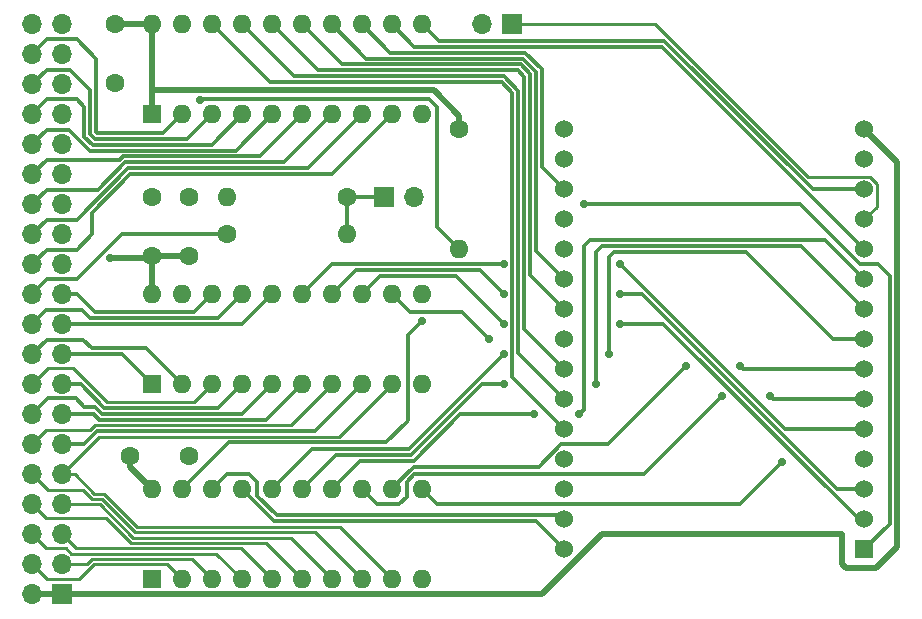
<source format=gtl>
%TF.GenerationSoftware,KiCad,Pcbnew,(6.0.8-1)-1*%
%TF.CreationDate,2022-10-09T21:55:28-07:00*%
%TF.ProjectId,PCB,5043422e-6b69-4636-9164-5f7063625858,rev?*%
%TF.SameCoordinates,Original*%
%TF.FileFunction,Copper,L1,Top*%
%TF.FilePolarity,Positive*%
%FSLAX46Y46*%
G04 Gerber Fmt 4.6, Leading zero omitted, Abs format (unit mm)*
G04 Created by KiCad (PCBNEW (6.0.8-1)-1) date 2022-10-09 21:55:28*
%MOMM*%
%LPD*%
G01*
G04 APERTURE LIST*
%TA.AperFunction,ComponentPad*%
%ADD10R,1.700000X1.700000*%
%TD*%
%TA.AperFunction,ComponentPad*%
%ADD11O,1.700000X1.700000*%
%TD*%
%TA.AperFunction,ComponentPad*%
%ADD12R,1.600000X1.600000*%
%TD*%
%TA.AperFunction,ComponentPad*%
%ADD13O,1.600000X1.600000*%
%TD*%
%TA.AperFunction,ComponentPad*%
%ADD14C,1.600000*%
%TD*%
%TA.AperFunction,ComponentPad*%
%ADD15R,1.524000X1.524000*%
%TD*%
%TA.AperFunction,ComponentPad*%
%ADD16C,1.524000*%
%TD*%
%TA.AperFunction,ViaPad*%
%ADD17C,0.700000*%
%TD*%
%TA.AperFunction,Conductor*%
%ADD18C,0.300000*%
%TD*%
%TA.AperFunction,Conductor*%
%ADD19C,0.250000*%
%TD*%
%TA.AperFunction,Conductor*%
%ADD20C,0.500000*%
%TD*%
G04 APERTURE END LIST*
D10*
X91440000Y-68580000D03*
D11*
X88900000Y-68580000D03*
D12*
X60960000Y-115560000D03*
D13*
X63500000Y-115560000D03*
X66040000Y-115560000D03*
X68580000Y-115560000D03*
X71120000Y-115560000D03*
X73660000Y-115560000D03*
X76200000Y-115560000D03*
X78740000Y-115560000D03*
X81280000Y-115560000D03*
X83820000Y-115560000D03*
X83820000Y-107940000D03*
X81280000Y-107940000D03*
X78740000Y-107940000D03*
X76200000Y-107940000D03*
X73660000Y-107940000D03*
X71120000Y-107940000D03*
X68580000Y-107940000D03*
X66040000Y-107940000D03*
X63500000Y-107940000D03*
X60960000Y-107940000D03*
D14*
X67310000Y-86360000D03*
D13*
X77470000Y-86360000D03*
D12*
X60960000Y-76200000D03*
D13*
X63500000Y-76200000D03*
X66040000Y-76200000D03*
X68580000Y-76200000D03*
X71120000Y-76200000D03*
X73660000Y-76200000D03*
X76200000Y-76200000D03*
X78740000Y-76200000D03*
X81280000Y-76200000D03*
X83820000Y-76200000D03*
X83820000Y-68580000D03*
X81280000Y-68580000D03*
X78740000Y-68580000D03*
X76200000Y-68580000D03*
X73660000Y-68580000D03*
X71120000Y-68580000D03*
X68580000Y-68580000D03*
X66040000Y-68580000D03*
X63500000Y-68580000D03*
X60960000Y-68580000D03*
D14*
X57800000Y-68580000D03*
X57800000Y-73580000D03*
D10*
X80640000Y-83185000D03*
D11*
X83180000Y-83185000D03*
D14*
X60960000Y-88225000D03*
X60960000Y-83225000D03*
X59095000Y-105156000D03*
X64095000Y-105156000D03*
X77470000Y-83185000D03*
D13*
X67310000Y-83185000D03*
D15*
X121285000Y-113055000D03*
D16*
X121285000Y-110515000D03*
X121285000Y-107975000D03*
X121285000Y-105435000D03*
X121285000Y-102895000D03*
X121285000Y-100355000D03*
X121285000Y-97815000D03*
X121285000Y-95275000D03*
X121285000Y-92735000D03*
X121285000Y-90195000D03*
X121285000Y-87655000D03*
X121285000Y-85115000D03*
X121285000Y-82575000D03*
X121285000Y-80035000D03*
X121285000Y-77495000D03*
X95885000Y-77495000D03*
X95885000Y-80035000D03*
X95885000Y-82575000D03*
X95885000Y-85115000D03*
X95885000Y-87655000D03*
X95885000Y-90195000D03*
X95885000Y-92735000D03*
X95885000Y-95275000D03*
X95885000Y-97815000D03*
X95885000Y-100355000D03*
X95885000Y-102895000D03*
X95885000Y-105435000D03*
X95885000Y-107975000D03*
X95885000Y-110515000D03*
X95885000Y-113055000D03*
D14*
X86995000Y-77470000D03*
D13*
X86995000Y-87630000D03*
D12*
X60965000Y-99050000D03*
D13*
X63505000Y-99050000D03*
X66045000Y-99050000D03*
X68585000Y-99050000D03*
X71125000Y-99050000D03*
X73665000Y-99050000D03*
X76205000Y-99050000D03*
X78745000Y-99050000D03*
X81285000Y-99050000D03*
X83825000Y-99050000D03*
X83825000Y-91430000D03*
X81285000Y-91430000D03*
X78745000Y-91430000D03*
X76205000Y-91430000D03*
X73665000Y-91430000D03*
X71125000Y-91430000D03*
X68585000Y-91430000D03*
X66045000Y-91430000D03*
X63505000Y-91430000D03*
X60965000Y-91430000D03*
D14*
X64135000Y-88225000D03*
X64135000Y-83225000D03*
D10*
X53340000Y-116840000D03*
D11*
X50800000Y-116840000D03*
X53340000Y-114300000D03*
X50800000Y-114300000D03*
X53340000Y-111760000D03*
X50800000Y-111760000D03*
X53340000Y-109220000D03*
X50800000Y-109220000D03*
X53340000Y-106680000D03*
X50800000Y-106680000D03*
X53340000Y-104140000D03*
X50800000Y-104140000D03*
X53340000Y-101600000D03*
X50800000Y-101600000D03*
X53340000Y-99060000D03*
X50800000Y-99060000D03*
X53340000Y-96520000D03*
X50800000Y-96520000D03*
X53340000Y-93980000D03*
X50800000Y-93980000D03*
X53340000Y-91440000D03*
X50800000Y-91440000D03*
X53340000Y-88900000D03*
X50800000Y-88900000D03*
X53340000Y-86360000D03*
X50800000Y-86360000D03*
X53340000Y-83820000D03*
X50800000Y-83820000D03*
X53340000Y-81280000D03*
X50800000Y-81280000D03*
X53340000Y-78740000D03*
X50800000Y-78740000D03*
X53340000Y-76200000D03*
X50800000Y-76200000D03*
X53340000Y-73660000D03*
X50800000Y-73660000D03*
X53340000Y-71120000D03*
X50800000Y-71120000D03*
X53340000Y-68580000D03*
X50800000Y-68580000D03*
D17*
X97536000Y-83820000D03*
X90740500Y-93980000D03*
X100584000Y-93980000D03*
X90740500Y-91440000D03*
X100584000Y-91440000D03*
X114300000Y-105664000D03*
X100584000Y-88900000D03*
X90740500Y-88900000D03*
X109220000Y-100076000D03*
X113284000Y-100076000D03*
X106172000Y-97536000D03*
X110744000Y-97536000D03*
X90740500Y-96520000D03*
X99695000Y-96520000D03*
X98552000Y-99060000D03*
X90805000Y-99060000D03*
X97155000Y-101600000D03*
X93345000Y-101600000D03*
X57404000Y-88392000D03*
X65024000Y-74967500D03*
X83820000Y-93726000D03*
X89535000Y-95250000D03*
D18*
X122428000Y-88900000D02*
X123444000Y-89916000D01*
X120904000Y-88900000D02*
X122428000Y-88900000D01*
X123444000Y-110896000D02*
X121285000Y-113055000D01*
X97536000Y-83820000D02*
X115824000Y-83820000D01*
X115824000Y-83820000D02*
X120904000Y-88900000D01*
X123444000Y-89916000D02*
X123444000Y-110896000D01*
X80259000Y-89916000D02*
X86676500Y-89916000D01*
X120784788Y-110515000D02*
X121285000Y-110515000D01*
X100584000Y-93980000D02*
X104249788Y-93980000D01*
X78745000Y-91430000D02*
X80259000Y-89916000D01*
X86676500Y-89916000D02*
X90740500Y-93980000D01*
X104249788Y-93980000D02*
X120784788Y-110515000D01*
X78227000Y-89408000D02*
X87718550Y-89408000D01*
X76205000Y-91430000D02*
X78227000Y-89408000D01*
X87718550Y-89408000D02*
X88708500Y-89408000D01*
X118951894Y-107975000D02*
X121285000Y-107975000D01*
X102416894Y-91440000D02*
X118951894Y-107975000D01*
X100584000Y-91440000D02*
X102416894Y-91440000D01*
X88708500Y-89408000D02*
X90740500Y-91440000D01*
X110744000Y-109220000D02*
X114300000Y-105664000D01*
X85100000Y-109220000D02*
X110744000Y-109220000D01*
X83820000Y-107940000D02*
X85100000Y-109220000D01*
X76195000Y-88900000D02*
X88900000Y-88900000D01*
X88900000Y-88900000D02*
X90740500Y-88900000D01*
X100584000Y-88900000D02*
X114579000Y-102895000D01*
X114579000Y-102895000D02*
X121285000Y-102895000D01*
X73665000Y-91430000D02*
X76195000Y-88900000D01*
X113563000Y-100355000D02*
X121285000Y-100355000D01*
X82550000Y-108585000D02*
X82550000Y-107315000D01*
X78740000Y-107940000D02*
X80020000Y-109220000D01*
X82550000Y-107315000D02*
X83185000Y-106680000D01*
X102616000Y-106680000D02*
X109220000Y-100076000D01*
X113284000Y-100076000D02*
X113563000Y-100355000D01*
X81915000Y-109220000D02*
X82550000Y-108585000D01*
X80020000Y-109220000D02*
X81915000Y-109220000D01*
X83185000Y-106680000D02*
X102616000Y-106680000D01*
X121285000Y-97815000D02*
X111023000Y-97815000D01*
X93702394Y-106045000D02*
X95607394Y-104140000D01*
X99568000Y-104140000D02*
X106172000Y-97536000D01*
X81280000Y-107877893D02*
X83112893Y-106045000D01*
X81280000Y-107940000D02*
X81280000Y-107877893D01*
X111023000Y-97815000D02*
X110744000Y-97536000D01*
X83112893Y-106045000D02*
X93702394Y-106045000D01*
X95607394Y-104140000D02*
X99568000Y-104140000D01*
X99695000Y-96520000D02*
X99695000Y-88265000D01*
X118643000Y-95275000D02*
X121285000Y-95275000D01*
X100076000Y-87884000D02*
X111252000Y-87884000D01*
X111252000Y-87884000D02*
X118643000Y-95275000D01*
X74515000Y-104545000D02*
X82715500Y-104545000D01*
X71120000Y-107940000D02*
X74515000Y-104545000D01*
X82715500Y-104545000D02*
X90740500Y-96520000D01*
X99695000Y-88265000D02*
X100076000Y-87884000D01*
X98552000Y-87884000D02*
X99060000Y-87376000D01*
X99060000Y-87376000D02*
X115926000Y-87376000D01*
X73660000Y-107940000D02*
X76555000Y-105045000D01*
X98552000Y-99060000D02*
X98552000Y-87884000D01*
X88907606Y-99060000D02*
X90805000Y-99060000D01*
X82922606Y-105045000D02*
X88903803Y-99063803D01*
X115926000Y-87376000D02*
X121285000Y-92735000D01*
X76555000Y-105045000D02*
X82922606Y-105045000D01*
X88903803Y-99063803D02*
X88907606Y-99060000D01*
X97155000Y-101600000D02*
X97536000Y-101219000D01*
X83129712Y-105545000D02*
X87074712Y-101600000D01*
X97536000Y-101219000D02*
X97536000Y-87376000D01*
X76200000Y-107940000D02*
X78595000Y-105545000D01*
X97536000Y-87376000D02*
X98044000Y-86868000D01*
X87074712Y-101600000D02*
X93345000Y-101600000D01*
X78595000Y-105545000D02*
X83129712Y-105545000D01*
X98044000Y-86868000D02*
X117958000Y-86868000D01*
X117958000Y-86868000D02*
X121285000Y-90195000D01*
X83185000Y-70485000D02*
X104115000Y-70485000D01*
X104115000Y-70485000D02*
X121285000Y-87655000D01*
X81280000Y-68580000D02*
X83185000Y-70485000D01*
D19*
X122372000Y-82124749D02*
X122372000Y-84028000D01*
X121735251Y-81488000D02*
X122372000Y-82124749D01*
X116496858Y-81488000D02*
X121735251Y-81488000D01*
X91440000Y-68580000D02*
X103588858Y-68580000D01*
X103588858Y-68580000D02*
X116496858Y-81488000D01*
X122372000Y-84028000D02*
X121285000Y-85115000D01*
D18*
X104322106Y-69985000D02*
X116912106Y-82575000D01*
X85225000Y-69985000D02*
X104322106Y-69985000D01*
X83820000Y-68580000D02*
X85225000Y-69985000D01*
X116912106Y-82575000D02*
X121285000Y-82575000D01*
D20*
X60960000Y-88225000D02*
X64135000Y-88225000D01*
X119714208Y-114634208D02*
X122254208Y-114634208D01*
X60793000Y-88392000D02*
X60960000Y-88225000D01*
X93980000Y-116840000D02*
X99060000Y-111760000D01*
X57404000Y-88392000D02*
X60793000Y-88392000D01*
X124044000Y-80254000D02*
X121285000Y-77495000D01*
X60960000Y-88225000D02*
X60960000Y-91425000D01*
X99060000Y-111760000D02*
X119380000Y-111760000D01*
X53340000Y-116840000D02*
X93980000Y-116840000D01*
X122254208Y-114634208D02*
X124044000Y-112844415D01*
X119380000Y-114300000D02*
X119714208Y-114634208D01*
X60960000Y-91425000D02*
X60965000Y-91430000D01*
X119380000Y-111760000D02*
X119380000Y-114300000D01*
X50800000Y-116840000D02*
X53340000Y-116840000D01*
X124044000Y-112844415D02*
X124044000Y-80254000D01*
X60960000Y-74168000D02*
X60960000Y-68580000D01*
X86995000Y-77470000D02*
X86995000Y-76327000D01*
X84836000Y-74168000D02*
X60960000Y-74168000D01*
X60960000Y-74168000D02*
X60960000Y-76200000D01*
X59095000Y-106075000D02*
X60960000Y-107940000D01*
X59095000Y-105156000D02*
X59095000Y-106075000D01*
X57912000Y-68580000D02*
X60960000Y-68580000D01*
X86995000Y-76327000D02*
X84836000Y-74168000D01*
D18*
X81145000Y-70985000D02*
X92575000Y-70985000D01*
X93980000Y-72390000D02*
X93980000Y-80670000D01*
X78740000Y-68580000D02*
X81145000Y-70985000D01*
X92575000Y-70985000D02*
X93980000Y-72390000D01*
X93980000Y-80670000D02*
X95885000Y-82575000D01*
X85090000Y-85725000D02*
X86995000Y-87630000D01*
X85090000Y-75565000D02*
X85090000Y-85725000D01*
X83820000Y-93726000D02*
X82675000Y-94871000D01*
X63500000Y-107940000D02*
X67460000Y-103980000D01*
X84455000Y-74930000D02*
X85090000Y-75565000D01*
X67460000Y-103980000D02*
X78900000Y-103980000D01*
X65024000Y-74967500D02*
X65061500Y-74930000D01*
X65061500Y-74930000D02*
X84455000Y-74930000D01*
X80805000Y-103980000D02*
X82550000Y-102235000D01*
X82675000Y-94871000D02*
X82675000Y-102110000D01*
X78900000Y-103980000D02*
X80805000Y-103980000D01*
X82675000Y-102110000D02*
X82550000Y-102235000D01*
X93480000Y-87790000D02*
X95885000Y-90195000D01*
X79105000Y-71485000D02*
X92367894Y-71485000D01*
X93480000Y-72597106D02*
X93480000Y-87790000D01*
X76200000Y-68580000D02*
X79105000Y-71485000D01*
X92367894Y-71485000D02*
X93480000Y-72597106D01*
X73660000Y-68580000D02*
X77065000Y-71985000D01*
X77065000Y-71985000D02*
X92160788Y-71985000D01*
X92980000Y-89830000D02*
X95885000Y-92735000D01*
X92160788Y-71985000D02*
X92980000Y-72804212D01*
X92980000Y-72804212D02*
X92980000Y-89830000D01*
X81285000Y-91430000D02*
X82819000Y-92964000D01*
X87249000Y-92964000D02*
X89535000Y-95250000D01*
X82819000Y-92964000D02*
X87249000Y-92964000D01*
X75025000Y-72485000D02*
X91953682Y-72485000D01*
X92480000Y-73011318D02*
X92480000Y-94410000D01*
X91953682Y-72485000D02*
X92480000Y-73011318D01*
X92480000Y-94410000D02*
X95885000Y-97815000D01*
X71120000Y-68580000D02*
X75025000Y-72485000D01*
X91980000Y-74200000D02*
X91980000Y-96450000D01*
X91980000Y-96450000D02*
X95885000Y-100355000D01*
X90765000Y-72985000D02*
X91980000Y-74200000D01*
X68580000Y-68580000D02*
X72985000Y-72985000D01*
X72985000Y-72985000D02*
X90765000Y-72985000D01*
X70945000Y-73485000D02*
X90557894Y-73485000D01*
X91440000Y-98450000D02*
X95885000Y-102895000D01*
X91440000Y-74367106D02*
X91440000Y-98450000D01*
X66040000Y-68580000D02*
X70945000Y-73485000D01*
X90557894Y-73485000D02*
X91440000Y-74367106D01*
X69850000Y-108502894D02*
X71522106Y-110175000D01*
X71522106Y-110175000D02*
X95545000Y-110175000D01*
X67300000Y-106680000D02*
X69215000Y-106680000D01*
X66040000Y-107940000D02*
X67300000Y-106680000D01*
X69850000Y-107315000D02*
X69850000Y-108502894D01*
X95545000Y-110175000D02*
X95885000Y-110515000D01*
X69215000Y-106680000D02*
X69850000Y-107315000D01*
X93505000Y-110675000D02*
X92525000Y-110675000D01*
X95885000Y-113055000D02*
X93505000Y-110675000D01*
X71315000Y-110675000D02*
X92525000Y-110675000D01*
X68580000Y-107940000D02*
X71315000Y-110675000D01*
D19*
X64330000Y-113850000D02*
X66040000Y-115560000D01*
X55430000Y-114300000D02*
X55880000Y-113850000D01*
X55880000Y-113850000D02*
X64330000Y-113850000D01*
X53340000Y-114300000D02*
X55430000Y-114300000D01*
X54792118Y-115574278D02*
X56066396Y-114300000D01*
X52074278Y-115574278D02*
X54792118Y-115574278D01*
X62230000Y-114300000D02*
X62240000Y-114300000D01*
X50800000Y-114300000D02*
X52074278Y-115574278D01*
X62240000Y-114300000D02*
X63500000Y-115560000D01*
X56066396Y-114300000D02*
X62230000Y-114300000D01*
X54530000Y-112950000D02*
X53340000Y-111760000D01*
X61040000Y-112950000D02*
X68510000Y-112950000D01*
X68510000Y-112950000D02*
X71120000Y-115560000D01*
X61040000Y-112950000D02*
X54530000Y-112950000D01*
X54101701Y-113400000D02*
X53636701Y-112935000D01*
X51975000Y-112935000D02*
X50800000Y-111760000D01*
X56145000Y-113400000D02*
X66420000Y-113400000D01*
X56145000Y-113400000D02*
X54101701Y-113400000D01*
X53636701Y-112935000D02*
X51975000Y-112935000D01*
X66420000Y-113400000D02*
X68580000Y-115560000D01*
X72690000Y-112050000D02*
X76200000Y-115560000D01*
X56516396Y-109220000D02*
X53340000Y-109220000D01*
X70140000Y-112050000D02*
X72690000Y-112050000D01*
X59346396Y-112050000D02*
X56516396Y-109220000D01*
X70140000Y-112050000D02*
X59346396Y-112050000D01*
X62335000Y-112500000D02*
X59160000Y-112500000D01*
X57055000Y-110395000D02*
X51975000Y-110395000D01*
X51975000Y-110395000D02*
X50800000Y-109220000D01*
X70600000Y-112500000D02*
X73660000Y-115560000D01*
X59160000Y-112500000D02*
X57055000Y-110395000D01*
X62335000Y-112500000D02*
X70600000Y-112500000D01*
X76870000Y-111150000D02*
X81280000Y-115560000D01*
X53340000Y-106680000D02*
X56515000Y-103505000D01*
X56515000Y-103505000D02*
X76830000Y-103505000D01*
X56066396Y-108320000D02*
X56889188Y-108320000D01*
X59719188Y-111150000D02*
X73635000Y-111150000D01*
X73635000Y-111150000D02*
X76870000Y-111150000D01*
X56889188Y-108320000D02*
X59719188Y-111150000D01*
X54426396Y-106680000D02*
X56066396Y-108320000D01*
X53340000Y-106680000D02*
X54426396Y-106680000D01*
X76830000Y-103505000D02*
X81285000Y-99050000D01*
X74780000Y-111600000D02*
X78740000Y-115560000D01*
X55880000Y-108770000D02*
X56702792Y-108770000D01*
X72865000Y-111600000D02*
X74780000Y-111600000D01*
X59532792Y-111600000D02*
X72865000Y-111600000D01*
X52165000Y-108045000D02*
X55155000Y-108045000D01*
X50800000Y-106680000D02*
X52165000Y-108045000D01*
X56702792Y-108770000D02*
X59532792Y-111600000D01*
X55155000Y-108045000D02*
X55880000Y-108770000D01*
D18*
X53340000Y-104140000D02*
X55208249Y-104140000D01*
X74765000Y-103030000D02*
X78745000Y-99050000D01*
X55208249Y-104140000D02*
X56318249Y-103030000D01*
X56318249Y-103030000D02*
X74765000Y-103030000D01*
D19*
X56121498Y-102555000D02*
X72700000Y-102555000D01*
X55711497Y-102965000D02*
X56121498Y-102555000D01*
X50800000Y-104140000D02*
X51975000Y-102965000D01*
X51975000Y-102965000D02*
X55711497Y-102965000D01*
X72700000Y-102555000D02*
X76205000Y-99050000D01*
D18*
X70635000Y-102080000D02*
X56515000Y-102080000D01*
X73665000Y-99050000D02*
X70635000Y-102080000D01*
X56035000Y-101600000D02*
X53340000Y-101600000D01*
X56515000Y-102080000D02*
X56035000Y-101600000D01*
X68595000Y-101580000D02*
X71125000Y-99050000D01*
X55245000Y-100965000D02*
X56107107Y-100965000D01*
X56722107Y-101580000D02*
X68595000Y-101580000D01*
X52140000Y-100260000D02*
X54540000Y-100260000D01*
X54540000Y-100260000D02*
X55245000Y-100965000D01*
X56107107Y-100965000D02*
X56722107Y-101580000D01*
X50800000Y-101600000D02*
X52140000Y-100260000D01*
X56929214Y-101080000D02*
X66555000Y-101080000D01*
X54909214Y-99060000D02*
X56929214Y-101080000D01*
X53340000Y-99060000D02*
X54909214Y-99060000D01*
X66555000Y-101080000D02*
X68585000Y-99050000D01*
D19*
X50800000Y-99060000D02*
X52140000Y-97720000D01*
X57125966Y-100605000D02*
X64490000Y-100605000D01*
X52140000Y-97720000D02*
X54240966Y-97720000D01*
X64490000Y-100605000D02*
X66045000Y-99050000D01*
X54240966Y-97720000D02*
X57125966Y-100605000D01*
D18*
X58435000Y-96520000D02*
X60965000Y-99050000D01*
X53340000Y-96520000D02*
X58435000Y-96520000D01*
X50800000Y-96520000D02*
X52038923Y-95281077D01*
X52038923Y-95281077D02*
X55141077Y-95281077D01*
X60475000Y-96020000D02*
X63505000Y-99050000D01*
X55880000Y-96020000D02*
X60475000Y-96020000D01*
X55141077Y-95281077D02*
X55880000Y-96020000D01*
X68575000Y-93980000D02*
X71125000Y-91430000D01*
X53340000Y-93980000D02*
X68575000Y-93980000D01*
X50800000Y-93980000D02*
X52000000Y-92780000D01*
X66535000Y-93480000D02*
X68585000Y-91430000D01*
X55740000Y-93480000D02*
X66535000Y-93480000D01*
X52000000Y-92780000D02*
X55040000Y-92780000D01*
X55040000Y-92780000D02*
X55740000Y-93480000D01*
X54610000Y-91440000D02*
X56150000Y-92980000D01*
X56150000Y-92980000D02*
X64495000Y-92980000D01*
X53340000Y-91440000D02*
X54610000Y-91440000D01*
X64495000Y-92980000D02*
X66045000Y-91430000D01*
X50800000Y-91440000D02*
X52070000Y-90170000D01*
X54610000Y-90170000D02*
X58420000Y-86360000D01*
X52070000Y-90170000D02*
X54610000Y-90170000D01*
X58420000Y-86360000D02*
X67310000Y-86360000D01*
X52038923Y-87661077D02*
X54578923Y-87661077D01*
X59127106Y-81280000D02*
X76200000Y-81280000D01*
X50800000Y-88900000D02*
X52038923Y-87661077D01*
X76200000Y-81280000D02*
X81280000Y-76200000D01*
X55880000Y-84527106D02*
X59127106Y-81280000D01*
X54578923Y-87661077D02*
X55880000Y-86360000D01*
X55880000Y-86360000D02*
X55880000Y-84527106D01*
X52038923Y-85121077D02*
X54578923Y-85121077D01*
X58920000Y-80780000D02*
X74160000Y-80780000D01*
X74160000Y-80780000D02*
X78740000Y-76200000D01*
X54578923Y-85121077D02*
X58920000Y-80780000D01*
X50800000Y-86360000D02*
X52038923Y-85121077D01*
X72120000Y-80280000D02*
X76200000Y-76200000D01*
X50800000Y-83820000D02*
X52038923Y-82581077D01*
X58712894Y-80280000D02*
X72120000Y-80280000D01*
X56411817Y-82581077D02*
X58712894Y-80280000D01*
X52038923Y-82581077D02*
X56411817Y-82581077D01*
X52038923Y-80041077D02*
X58244710Y-80041077D01*
X58505787Y-79780000D02*
X70080000Y-79780000D01*
X58244710Y-80041077D02*
X58505787Y-79780000D01*
X70080000Y-79780000D02*
X73660000Y-76200000D01*
X50800000Y-81280000D02*
X52038923Y-80041077D01*
X55722846Y-79280000D02*
X68040000Y-79280000D01*
X68040000Y-79280000D02*
X71120000Y-76200000D01*
X52038923Y-77501077D02*
X53943923Y-77501077D01*
X50800000Y-78740000D02*
X52038923Y-77501077D01*
X53943923Y-77501077D02*
X55722846Y-79280000D01*
X52070000Y-74930000D02*
X54610000Y-74930000D01*
X50800000Y-76200000D02*
X52070000Y-74930000D01*
X54610000Y-74930000D02*
X55245000Y-75565000D01*
X55245000Y-78095048D02*
X55929952Y-78780000D01*
X55245000Y-75565000D02*
X55245000Y-78095048D01*
X66000000Y-78780000D02*
X68580000Y-76200000D01*
X55929952Y-78780000D02*
X66000000Y-78780000D01*
X63960000Y-78280000D02*
X66040000Y-76200000D01*
X54006077Y-72421077D02*
X55745000Y-74160000D01*
X52038923Y-72421077D02*
X54006077Y-72421077D01*
X50800000Y-73660000D02*
X52038923Y-72421077D01*
X56137058Y-78280000D02*
X63960000Y-78280000D01*
X55745000Y-74160000D02*
X55745000Y-77887942D01*
X55745000Y-77887942D02*
X56137058Y-78280000D01*
X52070000Y-69850000D02*
X54610000Y-69850000D01*
X50800000Y-71120000D02*
X52070000Y-69850000D01*
X56245000Y-71485000D02*
X56245000Y-77680836D01*
X61920000Y-77780000D02*
X63500000Y-76200000D01*
X54610000Y-69850000D02*
X56245000Y-71485000D01*
X56344164Y-77780000D02*
X61920000Y-77780000D01*
X56245000Y-77680836D02*
X56344164Y-77780000D01*
X77470000Y-83185000D02*
X80640000Y-83185000D01*
X77470000Y-86360000D02*
X77470000Y-83185000D01*
M02*

</source>
